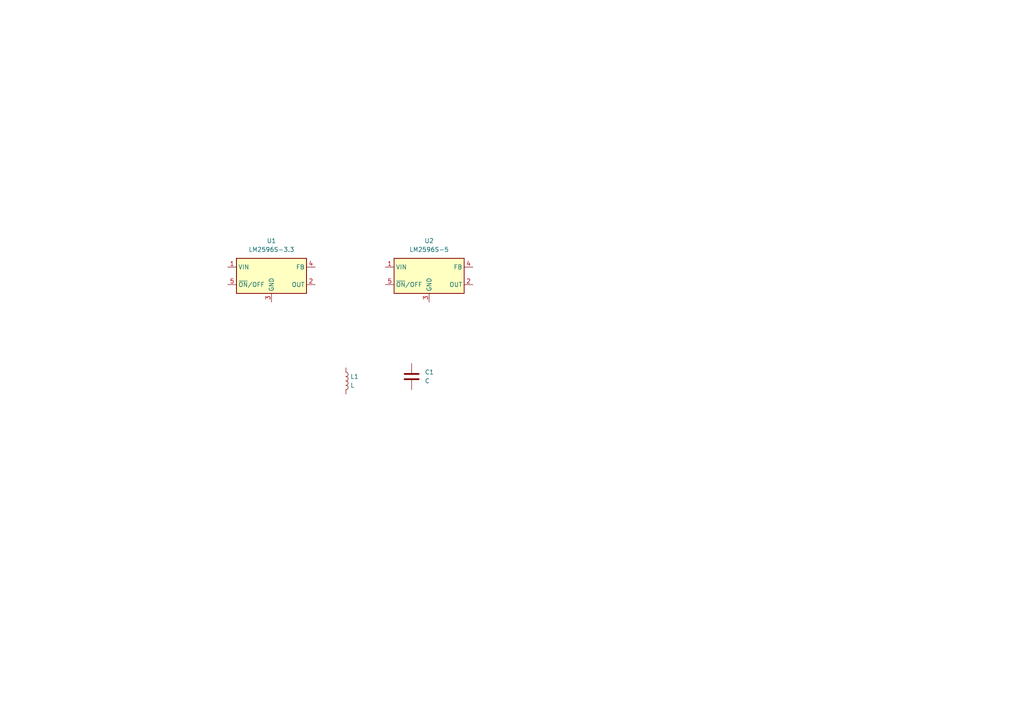
<source format=kicad_sch>
(kicad_sch (version 20230121) (generator eeschema)
  (paper "A4")
  (lib_symbols
    (symbol "Device:C" (pin_numbers hide) (pin_names (offset 0.254))
      (property "Reference" "C" (at 0.635 2.54 0))
      (property "Value" "C" (at 0.635 -2.54 0))
      (symbol "C_0_1"
        (polyline (pts (xy -2.032 -0.762) (xy 2.032 -0.762)) (stroke (width 0.508)))
        (polyline (pts (xy -2.032 0.762) (xy 2.032 0.762)) (stroke (width 0.508)))
      )
      (symbol "C_1_1"
        (pin passive line (at 0 3.81 270) (length 2.794) (name "~") (number "1"))
        (pin passive line (at 0 -3.81 90) (length 2.794) (name "~") (number "2"))
      )
    )
    (symbol "Device:L" (pin_numbers hide) (pin_names (offset 1.016) hide)
      (property "Reference" "L" (at -1.27 0 90))
      (property "Value" "L" (at 1.905 0 90))
      (symbol "L_0_1"
        (arc (start 0 -2.54) (mid 0.6323 -1.905) (end 0 -1.27))
        (arc (start 0 -1.27) (mid 0.6323 -0.635) (end 0 0))
        (arc (start 0 0) (mid 0.6323 0.635) (end 0 1.27))
        (arc (start 0 1.27) (mid 0.6323 1.905) (end 0 2.54))
      )
      (symbol "L_1_1"
        (pin passive line (at 0 3.81 270) (length 1.27) (name "1") (number "1"))
        (pin passive line (at 0 -3.81 90) (length 1.27) (name "2") (number "2"))
      )
    )
    (symbol "Regulator_Switching:LM2596S-3.3"
      (property "Reference" "U" (at -10.16 6.35 0))
      (property "Value" "LM2596S-3.3" (at 0 6.35 0))
      (symbol "LM2596S-3.3_0_1"
        (rectangle (start -10.16 5.08) (end 10.16 -5.08) (stroke (width 0.254)) (fill (type background)))
      )
      (symbol "LM2596S-3.3_1_1"
        (pin power_in line (at -12.7 2.54 0) (length 2.54) (name "VIN") (number "1"))
        (pin output line (at 12.7 -2.54 180) (length 2.54) (name "OUT") (number "2"))
        (pin power_in line (at 0 -7.62 90) (length 2.54) (name "GND") (number "3"))
        (pin input line (at 12.7 2.54 180) (length 2.54) (name "FB") (number "4"))
        (pin input line (at -12.7 -2.54 0) (length 2.54) (name "~{ON}/OFF") (number "5"))
      )
    )
    (symbol "Regulator_Switching:LM2596S-5"
      (property "Reference" "U" (at -10.16 6.35 0))
      (property "Value" "LM2596S-5" (at 0 6.35 0))
      (symbol "LM2596S-5_0_1"
        (rectangle (start -10.16 5.08) (end 10.16 -5.08) (stroke (width 0.254)) (fill (type background)))
      )
      (symbol "LM2596S-5_1_1"
        (pin power_in line (at -12.7 2.54 0) (length 2.54) (name "VIN") (number "1"))
        (pin output line (at 12.7 -2.54 180) (length 2.54) (name "OUT") (number "2"))
        (pin power_in line (at 0 -7.62 90) (length 2.54) (name "GND") (number "3"))
        (pin input line (at 12.7 2.54 180) (length 2.54) (name "FB") (number "4"))
        (pin input line (at -12.7 -2.54 0) (length 2.54) (name "~{ON}/OFF") (number "5"))
      )
    )
  )
  (symbol (lib_id "Regulator_Switching:LM2596S-3.3") (at 78.74 80.01 0) (unit 1)
    (property "Reference" "U1" (at 78.74 69.85 0))
    (property "Value" "LM2596S-3.3" (at 78.74 72.39 0))
    (property "Footprint" "Package_TO_SOT_SMD:TO-263-5_TabPin3" (effects hide))
    (property "Datasheet" "http://www.ti.com/lit/ds/symlink/lm2596.pdf" (effects hide))
  )
  (symbol (lib_id "Device:C") (at 119.38 109.22 0) (unit 1)
    (property "Reference" "C1" (at 123.19 107.95 0) (effects (justify left)))
    (property "Value" "C" (at 123.19 110.49 0) (effects (justify left)))
  )
  (symbol (lib_id "Regulator_Switching:LM2596S-5") (at 124.46 80.01 0) (unit 1)
    (property "Reference" "U2" (at 124.46 69.85 0))
    (property "Value" "LM2596S-5" (at 124.46 72.39 0))
    (property "Footprint" "Package_TO_SOT_SMD:TO-263-5_TabPin3" (effects hide))
    (property "Datasheet" "http://www.ti.com/lit/ds/symlink/lm2596.pdf" (effects hide))
  )
  (symbol (lib_id "Device:L") (at 100.33 110.49 0) (unit 1)
    (property "Reference" "L1" (at 101.6 109.22 0) (effects (justify left)))
    (property "Value" "L" (at 101.6 111.76 0) (effects (justify left)))
  )
)
</source>
